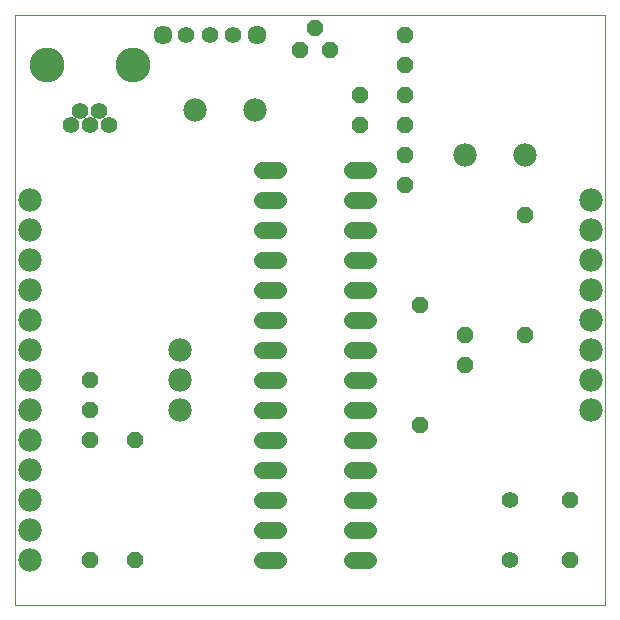
<source format=gts>
G75*
%MOIN*%
%OFA0B0*%
%FSLAX25Y25*%
%IPPOS*%
%LPD*%
%AMOC8*
5,1,8,0,0,1.08239X$1,22.5*
%
%ADD10C,0.00000*%
%ADD11OC8,0.05600*%
%ADD12C,0.05600*%
%ADD13C,0.05550*%
%ADD14C,0.11620*%
%ADD15C,0.07800*%
%ADD16C,0.05600*%
%ADD17C,0.06337*%
D10*
X0008500Y0001800D02*
X0008500Y0198650D01*
X0205350Y0198650D01*
X0205350Y0001800D01*
X0008500Y0001800D01*
D11*
X0033500Y0016800D03*
X0048500Y0016800D03*
X0048500Y0056800D03*
X0033500Y0056800D03*
X0033500Y0066800D03*
X0033500Y0076800D03*
X0123500Y0161800D03*
X0123500Y0171800D03*
X0138500Y0171800D03*
X0138500Y0181800D03*
X0138500Y0191800D03*
X0113500Y0186800D03*
X0108500Y0194300D03*
X0103500Y0186800D03*
X0138500Y0161800D03*
X0138500Y0151800D03*
X0138500Y0141800D03*
X0178500Y0131800D03*
X0143500Y0101800D03*
X0158500Y0091800D03*
X0158500Y0081800D03*
X0178500Y0091800D03*
X0143500Y0061800D03*
X0193500Y0036800D03*
X0193500Y0016800D03*
D12*
X0173500Y0016800D03*
X0173500Y0036800D03*
D13*
X0039799Y0161721D03*
X0036650Y0166446D03*
X0033500Y0161721D03*
X0030350Y0166446D03*
X0027201Y0161721D03*
X0065626Y0191800D03*
X0073500Y0191800D03*
X0081374Y0191800D03*
D14*
X0047870Y0181800D03*
X0019130Y0181800D03*
D15*
X0013500Y0136800D03*
X0013500Y0126800D03*
X0013500Y0116800D03*
X0013500Y0106800D03*
X0013500Y0096800D03*
X0013500Y0086800D03*
X0013500Y0076800D03*
X0013500Y0066800D03*
X0013500Y0056800D03*
X0013500Y0046800D03*
X0013500Y0036800D03*
X0013500Y0026800D03*
X0013500Y0016800D03*
X0063500Y0066800D03*
X0063500Y0076800D03*
X0063500Y0086800D03*
X0068500Y0166800D03*
X0088500Y0166800D03*
X0158500Y0151800D03*
X0178500Y0151800D03*
X0200500Y0136800D03*
X0200500Y0126800D03*
X0200500Y0116800D03*
X0200500Y0106800D03*
X0200500Y0096800D03*
X0200500Y0086800D03*
X0200500Y0076800D03*
X0200500Y0066800D03*
D16*
X0126100Y0066800D02*
X0120900Y0066800D01*
X0120900Y0056800D02*
X0126100Y0056800D01*
X0126100Y0046800D02*
X0120900Y0046800D01*
X0120900Y0036800D02*
X0126100Y0036800D01*
X0126100Y0026800D02*
X0120900Y0026800D01*
X0120900Y0016800D02*
X0126100Y0016800D01*
X0096100Y0016800D02*
X0090900Y0016800D01*
X0090900Y0026800D02*
X0096100Y0026800D01*
X0096100Y0036800D02*
X0090900Y0036800D01*
X0090900Y0046800D02*
X0096100Y0046800D01*
X0096100Y0056800D02*
X0090900Y0056800D01*
X0090900Y0066800D02*
X0096100Y0066800D01*
X0096100Y0076800D02*
X0090900Y0076800D01*
X0090900Y0086800D02*
X0096100Y0086800D01*
X0096100Y0096800D02*
X0090900Y0096800D01*
X0090900Y0106800D02*
X0096100Y0106800D01*
X0096100Y0116800D02*
X0090900Y0116800D01*
X0090900Y0126800D02*
X0096100Y0126800D01*
X0096100Y0136800D02*
X0090900Y0136800D01*
X0090900Y0146800D02*
X0096100Y0146800D01*
X0120900Y0146800D02*
X0126100Y0146800D01*
X0126100Y0136800D02*
X0120900Y0136800D01*
X0120900Y0126800D02*
X0126100Y0126800D01*
X0126100Y0116800D02*
X0120900Y0116800D01*
X0120900Y0106800D02*
X0126100Y0106800D01*
X0126100Y0096800D02*
X0120900Y0096800D01*
X0120900Y0086800D02*
X0126100Y0086800D01*
X0126100Y0076800D02*
X0120900Y0076800D01*
D17*
X0089248Y0191800D03*
X0057752Y0191800D03*
M02*

</source>
